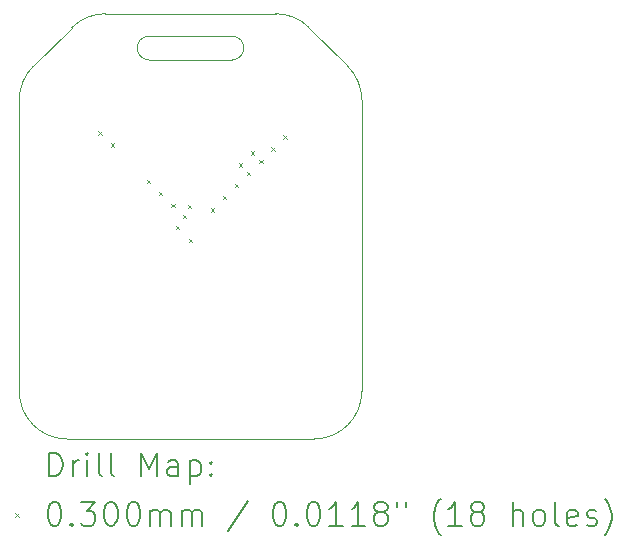
<source format=gbr>
%TF.GenerationSoftware,KiCad,Pcbnew,(6.0.7-1)-1*%
%TF.CreationDate,2022-09-29T17:50:34+03:00*%
%TF.ProjectId,Flux_Capacitor_Micro,466c7578-5f43-4617-9061-6369746f725f,3.0A*%
%TF.SameCoordinates,PX86594f8PY6db8610*%
%TF.FileFunction,Drillmap*%
%TF.FilePolarity,Positive*%
%FSLAX45Y45*%
G04 Gerber Fmt 4.5, Leading zero omitted, Abs format (unit mm)*
G04 Created by KiCad (PCBNEW (6.0.7-1)-1) date 2022-09-29 17:50:34*
%MOMM*%
%LPD*%
G01*
G04 APERTURE LIST*
%ADD10C,0.100000*%
%ADD11C,0.200000*%
%ADD12C,0.030000*%
G04 APERTURE END LIST*
D10*
X2497500Y0D02*
X402500Y0D01*
X2454611Y3482110D02*
G75*
G03*
X2170000Y3600000I-284611J-284611D01*
G01*
X117889Y3154610D02*
G75*
G03*
X0Y2870000I284610J-284611D01*
G01*
X1100000Y3410000D02*
X1800000Y3410000D01*
X730000Y3600000D02*
G75*
G03*
X445389Y3482110I0J-402500D01*
G01*
X2900000Y2870000D02*
G75*
G03*
X2782111Y3154610I-402500J0D01*
G01*
X2497500Y0D02*
G75*
G03*
X2900000Y402500I0J402500D01*
G01*
X1800000Y3210000D02*
X1100000Y3210000D01*
X2782111Y3154610D02*
X2454611Y3482110D01*
X0Y402500D02*
X0Y2870000D01*
X2900000Y2870000D02*
X2900000Y402500D01*
X730000Y3600000D02*
X2170000Y3600000D01*
X1800000Y3210000D02*
G75*
G03*
X1800000Y3410000I0J100000D01*
G01*
X445389Y3482110D02*
X117889Y3154610D01*
X0Y402500D02*
G75*
G03*
X402500Y0I402500J0D01*
G01*
X1100000Y3410000D02*
G75*
G03*
X1100000Y3210000I0J-100000D01*
G01*
D11*
D12*
X670000Y2605000D02*
X700000Y2575000D01*
X700000Y2605000D02*
X670000Y2575000D01*
X772500Y2502500D02*
X802500Y2472500D01*
X802500Y2502500D02*
X772500Y2472500D01*
X1080000Y2195000D02*
X1110000Y2165000D01*
X1110000Y2195000D02*
X1080000Y2165000D01*
X1182500Y2092500D02*
X1212500Y2062500D01*
X1212500Y2092500D02*
X1182500Y2062500D01*
X1285000Y1990000D02*
X1315000Y1960000D01*
X1315000Y1990000D02*
X1285000Y1960000D01*
X1324000Y1805000D02*
X1354000Y1775000D01*
X1354000Y1805000D02*
X1324000Y1775000D01*
X1384000Y1897000D02*
X1414000Y1867000D01*
X1414000Y1897000D02*
X1384000Y1867000D01*
X1426052Y1982656D02*
X1456052Y1952656D01*
X1456052Y1982656D02*
X1426052Y1952656D01*
X1435000Y1696000D02*
X1465000Y1666000D01*
X1465000Y1696000D02*
X1435000Y1666000D01*
X1620000Y1955000D02*
X1650000Y1925000D01*
X1650000Y1955000D02*
X1620000Y1925000D01*
X1722500Y2057500D02*
X1752500Y2027500D01*
X1752500Y2057500D02*
X1722500Y2027500D01*
X1826000Y2159000D02*
X1856000Y2129000D01*
X1856000Y2159000D02*
X1826000Y2129000D01*
X1857200Y2332800D02*
X1887200Y2302800D01*
X1887200Y2332800D02*
X1857200Y2302800D01*
X1927500Y2262500D02*
X1957500Y2232500D01*
X1957500Y2262500D02*
X1927500Y2232500D01*
X1960000Y2435000D02*
X1990000Y2405000D01*
X1990000Y2435000D02*
X1960000Y2405000D01*
X2030000Y2365000D02*
X2060000Y2335000D01*
X2060000Y2365000D02*
X2030000Y2335000D01*
X2132500Y2467500D02*
X2162500Y2437500D01*
X2162500Y2467500D02*
X2132500Y2437500D01*
X2234000Y2569000D02*
X2264000Y2539000D01*
X2264000Y2569000D02*
X2234000Y2539000D01*
D11*
X252619Y-315476D02*
X252619Y-115476D01*
X300238Y-115476D01*
X328810Y-125000D01*
X347857Y-144048D01*
X357381Y-163095D01*
X366905Y-201190D01*
X366905Y-229762D01*
X357381Y-267857D01*
X347857Y-286905D01*
X328810Y-305952D01*
X300238Y-315476D01*
X252619Y-315476D01*
X452619Y-315476D02*
X452619Y-182143D01*
X452619Y-220238D02*
X462143Y-201190D01*
X471667Y-191667D01*
X490714Y-182143D01*
X509762Y-182143D01*
X576429Y-315476D02*
X576429Y-182143D01*
X576429Y-115476D02*
X566905Y-125000D01*
X576429Y-134524D01*
X585952Y-125000D01*
X576429Y-115476D01*
X576429Y-134524D01*
X700238Y-315476D02*
X681190Y-305952D01*
X671667Y-286905D01*
X671667Y-115476D01*
X805000Y-315476D02*
X785952Y-305952D01*
X776428Y-286905D01*
X776428Y-115476D01*
X1033571Y-315476D02*
X1033571Y-115476D01*
X1100238Y-258333D01*
X1166905Y-115476D01*
X1166905Y-315476D01*
X1347857Y-315476D02*
X1347857Y-210714D01*
X1338333Y-191667D01*
X1319286Y-182143D01*
X1281190Y-182143D01*
X1262143Y-191667D01*
X1347857Y-305952D02*
X1328810Y-315476D01*
X1281190Y-315476D01*
X1262143Y-305952D01*
X1252619Y-286905D01*
X1252619Y-267857D01*
X1262143Y-248809D01*
X1281190Y-239286D01*
X1328810Y-239286D01*
X1347857Y-229762D01*
X1443095Y-182143D02*
X1443095Y-382143D01*
X1443095Y-191667D02*
X1462143Y-182143D01*
X1500238Y-182143D01*
X1519286Y-191667D01*
X1528809Y-201190D01*
X1538333Y-220238D01*
X1538333Y-277381D01*
X1528809Y-296429D01*
X1519286Y-305952D01*
X1500238Y-315476D01*
X1462143Y-315476D01*
X1443095Y-305952D01*
X1624048Y-296429D02*
X1633571Y-305952D01*
X1624048Y-315476D01*
X1614524Y-305952D01*
X1624048Y-296429D01*
X1624048Y-315476D01*
X1624048Y-191667D02*
X1633571Y-201190D01*
X1624048Y-210714D01*
X1614524Y-201190D01*
X1624048Y-191667D01*
X1624048Y-210714D01*
D12*
X-35000Y-630000D02*
X-5000Y-660000D01*
X-5000Y-630000D02*
X-35000Y-660000D01*
D11*
X290714Y-535476D02*
X309762Y-535476D01*
X328810Y-545000D01*
X338333Y-554524D01*
X347857Y-573571D01*
X357381Y-611667D01*
X357381Y-659286D01*
X347857Y-697381D01*
X338333Y-716428D01*
X328810Y-725952D01*
X309762Y-735476D01*
X290714Y-735476D01*
X271667Y-725952D01*
X262143Y-716428D01*
X252619Y-697381D01*
X243095Y-659286D01*
X243095Y-611667D01*
X252619Y-573571D01*
X262143Y-554524D01*
X271667Y-545000D01*
X290714Y-535476D01*
X443095Y-716428D02*
X452619Y-725952D01*
X443095Y-735476D01*
X433571Y-725952D01*
X443095Y-716428D01*
X443095Y-735476D01*
X519286Y-535476D02*
X643095Y-535476D01*
X576429Y-611667D01*
X605000Y-611667D01*
X624048Y-621190D01*
X633571Y-630714D01*
X643095Y-649762D01*
X643095Y-697381D01*
X633571Y-716428D01*
X624048Y-725952D01*
X605000Y-735476D01*
X547857Y-735476D01*
X528810Y-725952D01*
X519286Y-716428D01*
X766905Y-535476D02*
X785952Y-535476D01*
X805000Y-545000D01*
X814524Y-554524D01*
X824048Y-573571D01*
X833571Y-611667D01*
X833571Y-659286D01*
X824048Y-697381D01*
X814524Y-716428D01*
X805000Y-725952D01*
X785952Y-735476D01*
X766905Y-735476D01*
X747857Y-725952D01*
X738333Y-716428D01*
X728809Y-697381D01*
X719286Y-659286D01*
X719286Y-611667D01*
X728809Y-573571D01*
X738333Y-554524D01*
X747857Y-545000D01*
X766905Y-535476D01*
X957381Y-535476D02*
X976428Y-535476D01*
X995476Y-545000D01*
X1005000Y-554524D01*
X1014524Y-573571D01*
X1024048Y-611667D01*
X1024048Y-659286D01*
X1014524Y-697381D01*
X1005000Y-716428D01*
X995476Y-725952D01*
X976428Y-735476D01*
X957381Y-735476D01*
X938333Y-725952D01*
X928809Y-716428D01*
X919286Y-697381D01*
X909762Y-659286D01*
X909762Y-611667D01*
X919286Y-573571D01*
X928809Y-554524D01*
X938333Y-545000D01*
X957381Y-535476D01*
X1109762Y-735476D02*
X1109762Y-602143D01*
X1109762Y-621190D02*
X1119286Y-611667D01*
X1138333Y-602143D01*
X1166905Y-602143D01*
X1185952Y-611667D01*
X1195476Y-630714D01*
X1195476Y-735476D01*
X1195476Y-630714D02*
X1205000Y-611667D01*
X1224048Y-602143D01*
X1252619Y-602143D01*
X1271667Y-611667D01*
X1281190Y-630714D01*
X1281190Y-735476D01*
X1376429Y-735476D02*
X1376429Y-602143D01*
X1376429Y-621190D02*
X1385952Y-611667D01*
X1405000Y-602143D01*
X1433571Y-602143D01*
X1452619Y-611667D01*
X1462143Y-630714D01*
X1462143Y-735476D01*
X1462143Y-630714D02*
X1471667Y-611667D01*
X1490714Y-602143D01*
X1519286Y-602143D01*
X1538333Y-611667D01*
X1547857Y-630714D01*
X1547857Y-735476D01*
X1938333Y-525952D02*
X1766905Y-783095D01*
X2195476Y-535476D02*
X2214524Y-535476D01*
X2233571Y-545000D01*
X2243095Y-554524D01*
X2252619Y-573571D01*
X2262143Y-611667D01*
X2262143Y-659286D01*
X2252619Y-697381D01*
X2243095Y-716428D01*
X2233571Y-725952D01*
X2214524Y-735476D01*
X2195476Y-735476D01*
X2176429Y-725952D01*
X2166905Y-716428D01*
X2157381Y-697381D01*
X2147857Y-659286D01*
X2147857Y-611667D01*
X2157381Y-573571D01*
X2166905Y-554524D01*
X2176429Y-545000D01*
X2195476Y-535476D01*
X2347857Y-716428D02*
X2357381Y-725952D01*
X2347857Y-735476D01*
X2338333Y-725952D01*
X2347857Y-716428D01*
X2347857Y-735476D01*
X2481190Y-535476D02*
X2500238Y-535476D01*
X2519286Y-545000D01*
X2528810Y-554524D01*
X2538333Y-573571D01*
X2547857Y-611667D01*
X2547857Y-659286D01*
X2538333Y-697381D01*
X2528810Y-716428D01*
X2519286Y-725952D01*
X2500238Y-735476D01*
X2481190Y-735476D01*
X2462143Y-725952D01*
X2452619Y-716428D01*
X2443095Y-697381D01*
X2433571Y-659286D01*
X2433571Y-611667D01*
X2443095Y-573571D01*
X2452619Y-554524D01*
X2462143Y-545000D01*
X2481190Y-535476D01*
X2738333Y-735476D02*
X2624048Y-735476D01*
X2681190Y-735476D02*
X2681190Y-535476D01*
X2662143Y-564048D01*
X2643095Y-583095D01*
X2624048Y-592619D01*
X2928809Y-735476D02*
X2814524Y-735476D01*
X2871667Y-735476D02*
X2871667Y-535476D01*
X2852619Y-564048D01*
X2833571Y-583095D01*
X2814524Y-592619D01*
X3043095Y-621190D02*
X3024048Y-611667D01*
X3014524Y-602143D01*
X3005000Y-583095D01*
X3005000Y-573571D01*
X3014524Y-554524D01*
X3024048Y-545000D01*
X3043095Y-535476D01*
X3081190Y-535476D01*
X3100238Y-545000D01*
X3109762Y-554524D01*
X3119286Y-573571D01*
X3119286Y-583095D01*
X3109762Y-602143D01*
X3100238Y-611667D01*
X3081190Y-621190D01*
X3043095Y-621190D01*
X3024048Y-630714D01*
X3014524Y-640238D01*
X3005000Y-659286D01*
X3005000Y-697381D01*
X3014524Y-716428D01*
X3024048Y-725952D01*
X3043095Y-735476D01*
X3081190Y-735476D01*
X3100238Y-725952D01*
X3109762Y-716428D01*
X3119286Y-697381D01*
X3119286Y-659286D01*
X3109762Y-640238D01*
X3100238Y-630714D01*
X3081190Y-621190D01*
X3195476Y-535476D02*
X3195476Y-573571D01*
X3271667Y-535476D02*
X3271667Y-573571D01*
X3566905Y-811667D02*
X3557381Y-802143D01*
X3538333Y-773571D01*
X3528809Y-754524D01*
X3519286Y-725952D01*
X3509762Y-678333D01*
X3509762Y-640238D01*
X3519286Y-592619D01*
X3528809Y-564048D01*
X3538333Y-545000D01*
X3557381Y-516428D01*
X3566905Y-506905D01*
X3747857Y-735476D02*
X3633571Y-735476D01*
X3690714Y-735476D02*
X3690714Y-535476D01*
X3671667Y-564048D01*
X3652619Y-583095D01*
X3633571Y-592619D01*
X3862143Y-621190D02*
X3843095Y-611667D01*
X3833571Y-602143D01*
X3824048Y-583095D01*
X3824048Y-573571D01*
X3833571Y-554524D01*
X3843095Y-545000D01*
X3862143Y-535476D01*
X3900238Y-535476D01*
X3919286Y-545000D01*
X3928809Y-554524D01*
X3938333Y-573571D01*
X3938333Y-583095D01*
X3928809Y-602143D01*
X3919286Y-611667D01*
X3900238Y-621190D01*
X3862143Y-621190D01*
X3843095Y-630714D01*
X3833571Y-640238D01*
X3824048Y-659286D01*
X3824048Y-697381D01*
X3833571Y-716428D01*
X3843095Y-725952D01*
X3862143Y-735476D01*
X3900238Y-735476D01*
X3919286Y-725952D01*
X3928809Y-716428D01*
X3938333Y-697381D01*
X3938333Y-659286D01*
X3928809Y-640238D01*
X3919286Y-630714D01*
X3900238Y-621190D01*
X4176428Y-735476D02*
X4176428Y-535476D01*
X4262143Y-735476D02*
X4262143Y-630714D01*
X4252619Y-611667D01*
X4233571Y-602143D01*
X4205000Y-602143D01*
X4185952Y-611667D01*
X4176428Y-621190D01*
X4385952Y-735476D02*
X4366905Y-725952D01*
X4357381Y-716428D01*
X4347857Y-697381D01*
X4347857Y-640238D01*
X4357381Y-621190D01*
X4366905Y-611667D01*
X4385952Y-602143D01*
X4414524Y-602143D01*
X4433571Y-611667D01*
X4443095Y-621190D01*
X4452619Y-640238D01*
X4452619Y-697381D01*
X4443095Y-716428D01*
X4433571Y-725952D01*
X4414524Y-735476D01*
X4385952Y-735476D01*
X4566905Y-735476D02*
X4547857Y-725952D01*
X4538333Y-706905D01*
X4538333Y-535476D01*
X4719286Y-725952D02*
X4700238Y-735476D01*
X4662143Y-735476D01*
X4643095Y-725952D01*
X4633571Y-706905D01*
X4633571Y-630714D01*
X4643095Y-611667D01*
X4662143Y-602143D01*
X4700238Y-602143D01*
X4719286Y-611667D01*
X4728810Y-630714D01*
X4728810Y-649762D01*
X4633571Y-668810D01*
X4805000Y-725952D02*
X4824048Y-735476D01*
X4862143Y-735476D01*
X4881190Y-725952D01*
X4890714Y-706905D01*
X4890714Y-697381D01*
X4881190Y-678333D01*
X4862143Y-668810D01*
X4833571Y-668810D01*
X4814524Y-659286D01*
X4805000Y-640238D01*
X4805000Y-630714D01*
X4814524Y-611667D01*
X4833571Y-602143D01*
X4862143Y-602143D01*
X4881190Y-611667D01*
X4957381Y-811667D02*
X4966905Y-802143D01*
X4985952Y-773571D01*
X4995476Y-754524D01*
X5005000Y-725952D01*
X5014524Y-678333D01*
X5014524Y-640238D01*
X5005000Y-592619D01*
X4995476Y-564048D01*
X4985952Y-545000D01*
X4966905Y-516428D01*
X4957381Y-506905D01*
M02*

</source>
